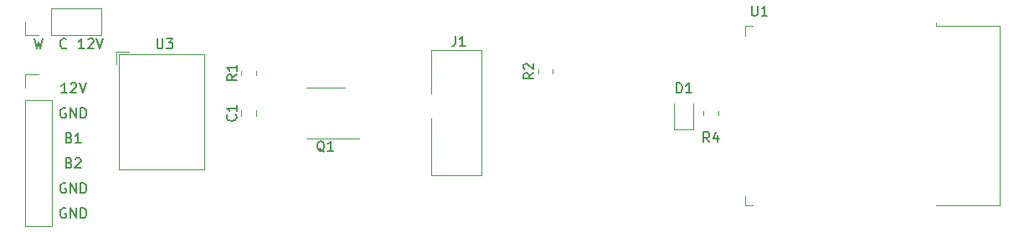
<source format=gbr>
%TF.GenerationSoftware,KiCad,Pcbnew,(5.99.0-3972-g658234715)*%
%TF.CreationDate,2020-10-12T18:33:04-04:00*%
%TF.ProjectId,lamp_refurb,6c616d70-5f72-4656-9675-72622e6b6963,1.0*%
%TF.SameCoordinates,Original*%
%TF.FileFunction,Legend,Top*%
%TF.FilePolarity,Positive*%
%FSLAX46Y46*%
G04 Gerber Fmt 4.6, Leading zero omitted, Abs format (unit mm)*
G04 Created by KiCad (PCBNEW (5.99.0-3972-g658234715)) date 2020-10-12 18:33:04*
%MOMM*%
%LPD*%
G01*
G04 APERTURE LIST*
%ADD10C,0.150000*%
%ADD11C,0.120000*%
G04 APERTURE END LIST*
D10*
X67488095Y-107540000D02*
X67392857Y-107492380D01*
X67250000Y-107492380D01*
X67107142Y-107540000D01*
X67011904Y-107635238D01*
X66964285Y-107730476D01*
X66916666Y-107920952D01*
X66916666Y-108063809D01*
X66964285Y-108254285D01*
X67011904Y-108349523D01*
X67107142Y-108444761D01*
X67250000Y-108492380D01*
X67345238Y-108492380D01*
X67488095Y-108444761D01*
X67535714Y-108397142D01*
X67535714Y-108063809D01*
X67345238Y-108063809D01*
X67964285Y-108492380D02*
X67964285Y-107492380D01*
X68535714Y-108492380D01*
X68535714Y-107492380D01*
X69011904Y-108492380D02*
X69011904Y-107492380D01*
X69250000Y-107492380D01*
X69392857Y-107540000D01*
X69488095Y-107635238D01*
X69535714Y-107730476D01*
X69583333Y-107920952D01*
X69583333Y-108063809D01*
X69535714Y-108254285D01*
X69488095Y-108349523D01*
X69392857Y-108444761D01*
X69250000Y-108492380D01*
X69011904Y-108492380D01*
X67845238Y-113048571D02*
X67988095Y-113096190D01*
X68035714Y-113143809D01*
X68083333Y-113239047D01*
X68083333Y-113381904D01*
X68035714Y-113477142D01*
X67988095Y-113524761D01*
X67892857Y-113572380D01*
X67511904Y-113572380D01*
X67511904Y-112572380D01*
X67845238Y-112572380D01*
X67940476Y-112620000D01*
X67988095Y-112667619D01*
X68035714Y-112762857D01*
X68035714Y-112858095D01*
X67988095Y-112953333D01*
X67940476Y-113000952D01*
X67845238Y-113048571D01*
X67511904Y-113048571D01*
X68464285Y-112667619D02*
X68511904Y-112620000D01*
X68607142Y-112572380D01*
X68845238Y-112572380D01*
X68940476Y-112620000D01*
X68988095Y-112667619D01*
X69035714Y-112762857D01*
X69035714Y-112858095D01*
X68988095Y-113000952D01*
X68416666Y-113572380D01*
X69035714Y-113572380D01*
X67845238Y-110508571D02*
X67988095Y-110556190D01*
X68035714Y-110603809D01*
X68083333Y-110699047D01*
X68083333Y-110841904D01*
X68035714Y-110937142D01*
X67988095Y-110984761D01*
X67892857Y-111032380D01*
X67511904Y-111032380D01*
X67511904Y-110032380D01*
X67845238Y-110032380D01*
X67940476Y-110080000D01*
X67988095Y-110127619D01*
X68035714Y-110222857D01*
X68035714Y-110318095D01*
X67988095Y-110413333D01*
X67940476Y-110460952D01*
X67845238Y-110508571D01*
X67511904Y-110508571D01*
X69035714Y-111032380D02*
X68464285Y-111032380D01*
X68750000Y-111032380D02*
X68750000Y-110032380D01*
X68654761Y-110175238D01*
X68559523Y-110270476D01*
X68464285Y-110318095D01*
X67488095Y-115160000D02*
X67392857Y-115112380D01*
X67250000Y-115112380D01*
X67107142Y-115160000D01*
X67011904Y-115255238D01*
X66964285Y-115350476D01*
X66916666Y-115540952D01*
X66916666Y-115683809D01*
X66964285Y-115874285D01*
X67011904Y-115969523D01*
X67107142Y-116064761D01*
X67250000Y-116112380D01*
X67345238Y-116112380D01*
X67488095Y-116064761D01*
X67535714Y-116017142D01*
X67535714Y-115683809D01*
X67345238Y-115683809D01*
X67964285Y-116112380D02*
X67964285Y-115112380D01*
X68535714Y-116112380D01*
X68535714Y-115112380D01*
X69011904Y-116112380D02*
X69011904Y-115112380D01*
X69250000Y-115112380D01*
X69392857Y-115160000D01*
X69488095Y-115255238D01*
X69535714Y-115350476D01*
X69583333Y-115540952D01*
X69583333Y-115683809D01*
X69535714Y-115874285D01*
X69488095Y-115969523D01*
X69392857Y-116064761D01*
X69250000Y-116112380D01*
X69011904Y-116112380D01*
X67630952Y-105952380D02*
X67059523Y-105952380D01*
X67345238Y-105952380D02*
X67345238Y-104952380D01*
X67250000Y-105095238D01*
X67154761Y-105190476D01*
X67059523Y-105238095D01*
X68011904Y-105047619D02*
X68059523Y-105000000D01*
X68154761Y-104952380D01*
X68392857Y-104952380D01*
X68488095Y-105000000D01*
X68535714Y-105047619D01*
X68583333Y-105142857D01*
X68583333Y-105238095D01*
X68535714Y-105380952D01*
X67964285Y-105952380D01*
X68583333Y-105952380D01*
X68869047Y-104952380D02*
X69202380Y-105952380D01*
X69535714Y-104952380D01*
X67488095Y-117700000D02*
X67392857Y-117652380D01*
X67250000Y-117652380D01*
X67107142Y-117700000D01*
X67011904Y-117795238D01*
X66964285Y-117890476D01*
X66916666Y-118080952D01*
X66916666Y-118223809D01*
X66964285Y-118414285D01*
X67011904Y-118509523D01*
X67107142Y-118604761D01*
X67250000Y-118652380D01*
X67345238Y-118652380D01*
X67488095Y-118604761D01*
X67535714Y-118557142D01*
X67535714Y-118223809D01*
X67345238Y-118223809D01*
X67964285Y-118652380D02*
X67964285Y-117652380D01*
X68535714Y-118652380D01*
X68535714Y-117652380D01*
X69011904Y-118652380D02*
X69011904Y-117652380D01*
X69250000Y-117652380D01*
X69392857Y-117700000D01*
X69488095Y-117795238D01*
X69535714Y-117890476D01*
X69583333Y-118080952D01*
X69583333Y-118223809D01*
X69535714Y-118414285D01*
X69488095Y-118509523D01*
X69392857Y-118604761D01*
X69250000Y-118652380D01*
X69011904Y-118652380D01*
X69380952Y-101452380D02*
X68809523Y-101452380D01*
X69095238Y-101452380D02*
X69095238Y-100452380D01*
X69000000Y-100595238D01*
X68904761Y-100690476D01*
X68809523Y-100738095D01*
X69761904Y-100547619D02*
X69809523Y-100500000D01*
X69904761Y-100452380D01*
X70142857Y-100452380D01*
X70238095Y-100500000D01*
X70285714Y-100547619D01*
X70333333Y-100642857D01*
X70333333Y-100738095D01*
X70285714Y-100880952D01*
X69714285Y-101452380D01*
X70333333Y-101452380D01*
X70619047Y-100452380D02*
X70952380Y-101452380D01*
X71285714Y-100452380D01*
X64321428Y-100452380D02*
X64559523Y-101452380D01*
X64750000Y-100738095D01*
X64940476Y-101452380D01*
X65178571Y-100452380D01*
X67559523Y-101357142D02*
X67511904Y-101404761D01*
X67369047Y-101452380D01*
X67273809Y-101452380D01*
X67130952Y-101404761D01*
X67035714Y-101309523D01*
X66988095Y-101214285D01*
X66940476Y-101023809D01*
X66940476Y-100880952D01*
X66988095Y-100690476D01*
X67035714Y-100595238D01*
X67130952Y-100500000D01*
X67273809Y-100452380D01*
X67369047Y-100452380D01*
X67511904Y-100500000D01*
X67559523Y-100547619D01*
%TO.C,J1*%
X106916666Y-100202380D02*
X106916666Y-100916666D01*
X106869047Y-101059523D01*
X106773809Y-101154761D01*
X106630952Y-101202380D01*
X106535714Y-101202380D01*
X107916666Y-101202380D02*
X107345238Y-101202380D01*
X107630952Y-101202380D02*
X107630952Y-100202380D01*
X107535714Y-100345238D01*
X107440476Y-100440476D01*
X107345238Y-100488095D01*
%TO.C,D1*%
X129261904Y-105952380D02*
X129261904Y-104952380D01*
X129500000Y-104952380D01*
X129642857Y-105000000D01*
X129738095Y-105095238D01*
X129785714Y-105190476D01*
X129833333Y-105380952D01*
X129833333Y-105523809D01*
X129785714Y-105714285D01*
X129738095Y-105809523D01*
X129642857Y-105904761D01*
X129500000Y-105952380D01*
X129261904Y-105952380D01*
X130785714Y-105952380D02*
X130214285Y-105952380D01*
X130500000Y-105952380D02*
X130500000Y-104952380D01*
X130404761Y-105095238D01*
X130309523Y-105190476D01*
X130214285Y-105238095D01*
%TO.C,Q1*%
X93654761Y-111947619D02*
X93559523Y-111900000D01*
X93464285Y-111804761D01*
X93321428Y-111661904D01*
X93226190Y-111614285D01*
X93130952Y-111614285D01*
X93178571Y-111852380D02*
X93083333Y-111804761D01*
X92988095Y-111709523D01*
X92940476Y-111519047D01*
X92940476Y-111185714D01*
X92988095Y-110995238D01*
X93083333Y-110900000D01*
X93178571Y-110852380D01*
X93369047Y-110852380D01*
X93464285Y-110900000D01*
X93559523Y-110995238D01*
X93607142Y-111185714D01*
X93607142Y-111519047D01*
X93559523Y-111709523D01*
X93464285Y-111804761D01*
X93369047Y-111852380D01*
X93178571Y-111852380D01*
X94559523Y-111852380D02*
X93988095Y-111852380D01*
X94273809Y-111852380D02*
X94273809Y-110852380D01*
X94178571Y-110995238D01*
X94083333Y-111090476D01*
X93988095Y-111138095D01*
%TO.C,U3*%
X76738095Y-100452380D02*
X76738095Y-101261904D01*
X76785714Y-101357142D01*
X76833333Y-101404761D01*
X76928571Y-101452380D01*
X77119047Y-101452380D01*
X77214285Y-101404761D01*
X77261904Y-101357142D01*
X77309523Y-101261904D01*
X77309523Y-100452380D01*
X77690476Y-100452380D02*
X78309523Y-100452380D01*
X77976190Y-100833333D01*
X78119047Y-100833333D01*
X78214285Y-100880952D01*
X78261904Y-100928571D01*
X78309523Y-101023809D01*
X78309523Y-101261904D01*
X78261904Y-101357142D01*
X78214285Y-101404761D01*
X78119047Y-101452380D01*
X77833333Y-101452380D01*
X77738095Y-101404761D01*
X77690476Y-101357142D01*
%TO.C,R4*%
X132583333Y-110952380D02*
X132250000Y-110476190D01*
X132011904Y-110952380D02*
X132011904Y-109952380D01*
X132392857Y-109952380D01*
X132488095Y-110000000D01*
X132535714Y-110047619D01*
X132583333Y-110142857D01*
X132583333Y-110285714D01*
X132535714Y-110380952D01*
X132488095Y-110428571D01*
X132392857Y-110476190D01*
X132011904Y-110476190D01*
X133440476Y-110285714D02*
X133440476Y-110952380D01*
X133202380Y-109904761D02*
X132964285Y-110619047D01*
X133583333Y-110619047D01*
%TO.C,U1*%
X136868095Y-97122380D02*
X136868095Y-97931904D01*
X136915714Y-98027142D01*
X136963333Y-98074761D01*
X137058571Y-98122380D01*
X137249047Y-98122380D01*
X137344285Y-98074761D01*
X137391904Y-98027142D01*
X137439523Y-97931904D01*
X137439523Y-97122380D01*
X138439523Y-98122380D02*
X137868095Y-98122380D01*
X138153809Y-98122380D02*
X138153809Y-97122380D01*
X138058571Y-97265238D01*
X137963333Y-97360476D01*
X137868095Y-97408095D01*
%TO.C,R1*%
X84802380Y-104095760D02*
X84326190Y-104429094D01*
X84802380Y-104667189D02*
X83802380Y-104667189D01*
X83802380Y-104286236D01*
X83850000Y-104190998D01*
X83897619Y-104143379D01*
X83992857Y-104095760D01*
X84135714Y-104095760D01*
X84230952Y-104143379D01*
X84278571Y-104190998D01*
X84326190Y-104286236D01*
X84326190Y-104667189D01*
X84802380Y-103143379D02*
X84802380Y-103714808D01*
X84802380Y-103429094D02*
X83802380Y-103429094D01*
X83945238Y-103524332D01*
X84040476Y-103619570D01*
X84088095Y-103714808D01*
%TO.C,R2*%
X114802380Y-103922507D02*
X114326190Y-104255841D01*
X114802380Y-104493936D02*
X113802380Y-104493936D01*
X113802380Y-104112983D01*
X113850000Y-104017745D01*
X113897619Y-103970126D01*
X113992857Y-103922507D01*
X114135714Y-103922507D01*
X114230952Y-103970126D01*
X114278571Y-104017745D01*
X114326190Y-104112983D01*
X114326190Y-104493936D01*
X113897619Y-103541555D02*
X113850000Y-103493936D01*
X113802380Y-103398698D01*
X113802380Y-103160602D01*
X113850000Y-103065364D01*
X113897619Y-103017745D01*
X113992857Y-102970126D01*
X114088095Y-102970126D01*
X114230952Y-103017745D01*
X114802380Y-103589174D01*
X114802380Y-102970126D01*
%TO.C,C1*%
X84677142Y-108166666D02*
X84724761Y-108214285D01*
X84772380Y-108357142D01*
X84772380Y-108452380D01*
X84724761Y-108595238D01*
X84629523Y-108690476D01*
X84534285Y-108738095D01*
X84343809Y-108785714D01*
X84200952Y-108785714D01*
X84010476Y-108738095D01*
X83915238Y-108690476D01*
X83820000Y-108595238D01*
X83772380Y-108452380D01*
X83772380Y-108357142D01*
X83820000Y-108214285D01*
X83867619Y-108166666D01*
X84772380Y-107214285D02*
X84772380Y-107785714D01*
X84772380Y-107500000D02*
X83772380Y-107500000D01*
X83915238Y-107595238D01*
X84010476Y-107690476D01*
X84058095Y-107785714D01*
D11*
%TO.C,J1*%
X104460000Y-101600000D02*
X109540000Y-101600000D01*
X109540000Y-114300000D02*
X104460000Y-114300000D01*
X109540000Y-101600000D02*
X109540000Y-114300000D01*
X104460000Y-106045000D02*
X104460000Y-101600000D01*
X104460000Y-114300000D02*
X104460000Y-108585000D01*
%TO.C,D1*%
X129040000Y-107000000D02*
X129040000Y-109685000D01*
X129040000Y-109685000D02*
X130960000Y-109685000D01*
X130960000Y-109685000D02*
X130960000Y-107000000D01*
%TO.C,Q1*%
X93750000Y-105440000D02*
X91800000Y-105440000D01*
X93750000Y-110560000D02*
X91800000Y-110560000D01*
X93750000Y-105440000D02*
X95700000Y-105440000D01*
X93750000Y-110560000D02*
X97200000Y-110560000D01*
%TO.C,U3*%
X72870000Y-102039000D02*
X72870000Y-113760000D01*
X81490000Y-102039000D02*
X81490000Y-113760000D01*
X81490000Y-102039000D02*
X72870000Y-102039000D01*
X72630000Y-101799000D02*
X72630000Y-103039000D01*
X81490000Y-113760000D02*
X72870000Y-113760000D01*
X73870000Y-101799000D02*
X72630000Y-101799000D01*
%TO.C,J2*%
X65980000Y-97420000D02*
X71120000Y-97420000D01*
X65980000Y-100080000D02*
X71120000Y-100080000D01*
X64710000Y-100080000D02*
X63380000Y-100080000D01*
X65980000Y-100080000D02*
X65980000Y-97420000D01*
X71120000Y-100080000D02*
X71120000Y-97420000D01*
X63380000Y-100080000D02*
X63380000Y-98750000D01*
%TO.C,R4*%
X133485000Y-107772936D02*
X133485000Y-108227064D01*
X132015000Y-107772936D02*
X132015000Y-108227064D01*
%TO.C,U1*%
X136960000Y-99160000D02*
X136180000Y-99160000D01*
X161925000Y-99160000D02*
X161925000Y-117400000D01*
X155505000Y-99160000D02*
X155505000Y-98780000D01*
X161925000Y-117400000D02*
X155505000Y-117400000D01*
X136180000Y-99160000D02*
X136180000Y-100160000D01*
X161925000Y-99160000D02*
X155505000Y-99160000D01*
X136180000Y-117400000D02*
X136180000Y-116400000D01*
X136960000Y-117400000D02*
X136180000Y-117400000D01*
%TO.C,R1*%
X85265000Y-104156158D02*
X85265000Y-103702030D01*
X86735000Y-104156158D02*
X86735000Y-103702030D01*
%TO.C,J3*%
X63420000Y-106690000D02*
X63420000Y-119450000D01*
X63420000Y-105420000D02*
X63420000Y-104090000D01*
X66080000Y-106690000D02*
X66080000Y-119450000D01*
X63420000Y-106690000D02*
X66080000Y-106690000D01*
X63420000Y-104090000D02*
X64750000Y-104090000D01*
X63420000Y-119450000D02*
X66080000Y-119450000D01*
%TO.C,R2*%
X115265000Y-103982905D02*
X115265000Y-103528777D01*
X116735000Y-103982905D02*
X116735000Y-103528777D01*
%TO.C,C1*%
X86735000Y-108261252D02*
X86735000Y-107738748D01*
X85265000Y-108261252D02*
X85265000Y-107738748D01*
%TD*%
M02*

</source>
